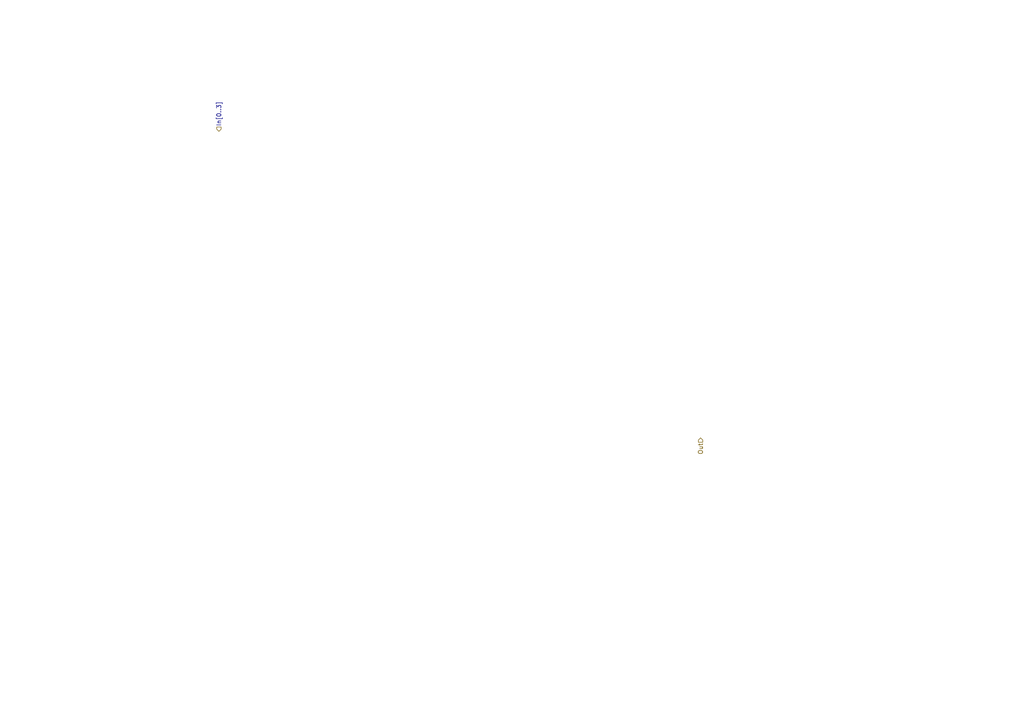
<source format=kicad_sch>
(kicad_sch (version 20211123) (generator eeschema)
  (paper "A4")
  (lib_symbols)
  (hierarchical_label "In[0..3]" (shape input) (at 63.5 38.1 90))
  (hierarchical_label "Out" (shape input) (at 203.2 127 270))
)
</source>
